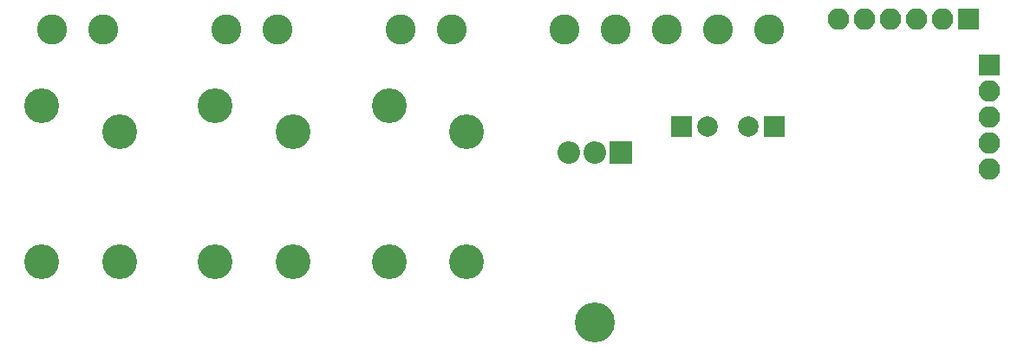
<source format=gbs>
G04 #@! TF.FileFunction,Soldermask,Bot*
%FSLAX46Y46*%
G04 Gerber Fmt 4.6, Leading zero omitted, Abs format (unit mm)*
G04 Created by KiCad (PCBNEW 4.0.7-e2-6376~58~ubuntu16.04.1) date Mon Nov  6 20:09:01 2017*
%MOMM*%
%LPD*%
G01*
G04 APERTURE LIST*
%ADD10C,0.100000*%
%ADD11R,2.000000X2.000000*%
%ADD12C,2.000000*%
%ADD13R,2.100000X2.100000*%
%ADD14O,2.100000X2.100000*%
%ADD15C,3.400000*%
%ADD16O,3.900000X3.900000*%
%ADD17R,2.200000X2.200000*%
%ADD18O,2.200000X2.200000*%
%ADD19C,2.940000*%
G04 APERTURE END LIST*
D10*
D11*
X159500000Y-84000000D03*
D12*
X162000000Y-84000000D03*
D11*
X168500000Y-84000000D03*
D12*
X166000000Y-84000000D03*
D13*
X189500000Y-77960000D03*
D14*
X189500000Y-80500000D03*
X189500000Y-83040000D03*
X189500000Y-85580000D03*
X189500000Y-88120000D03*
D13*
X187500000Y-73500000D03*
D14*
X184960000Y-73500000D03*
X182420000Y-73500000D03*
X179880000Y-73500000D03*
X177340000Y-73500000D03*
X174800000Y-73500000D03*
D15*
X121500000Y-97200000D03*
X121500000Y-84500000D03*
X113900000Y-82000000D03*
X113900000Y-97200000D03*
X104600000Y-97200000D03*
X104600000Y-84500000D03*
X97000000Y-82000000D03*
X97000000Y-97200000D03*
X138500000Y-97200000D03*
X138500000Y-84500000D03*
X130900000Y-82000000D03*
X130900000Y-97200000D03*
D16*
X150960000Y-103160000D03*
D17*
X153500000Y-86500000D03*
D18*
X150960000Y-86500000D03*
X148420000Y-86500000D03*
D19*
X167999980Y-74500000D03*
X163001260Y-74500000D03*
X158000000Y-74500000D03*
X152998720Y-74500000D03*
X148000000Y-74500000D03*
X119998720Y-74500000D03*
X115000000Y-74500000D03*
X103000000Y-74500000D03*
X98001280Y-74500000D03*
X136998720Y-74500000D03*
X132000000Y-74500000D03*
M02*

</source>
